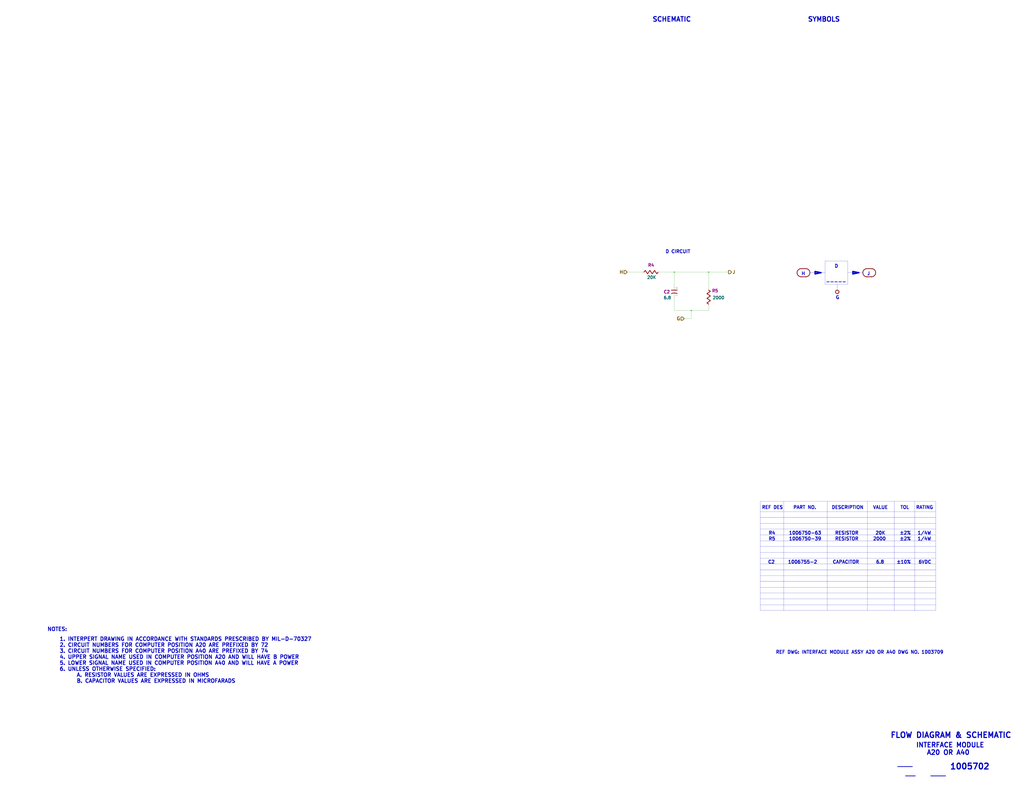
<source format=kicad_sch>
(kicad_sch (version 20211123) (generator eeschema)
  (paper "E")
  (lib_symbols
    (symbol "AGC_DSKY:Capacitor-Polarized" (pin_numbers hide) (pin_names (offset 0) hide)
      (property "Reference" "C" (at 4.445 5.08 0))
      (symbol "Capacitor-Polarized_0_0"
        (text "+" (at -2.54 4.445 0) (effects (font (size 3.556 3.556))))
        (text "-" (at -2.54 -3.81 0) (effects (font (size 3.556 3.556))))
      )
      (symbol "Capacitor-Polarized_0_1"
        (polyline (pts (xy -3.175 1.905) (xy 3.175 1.905)) (stroke (width 0.762)))
        (arc (start 3.175 -1.905) (mid 0 -1.2173) (end -3.175 -1.905) (stroke (width 0.762)))
      )
      (symbol "Capacitor-Polarized_1_1"
        (pin passive line (at 0 6.985 270) (length 5.08) (name "1") (number "1"))
        (pin passive line (at 0 -6.35 90) (length 5.08) (name "2") (number "2"))
      )
    )
    (symbol "AGC_DSKY:NodeGBody" (pin_numbers hide) (pin_names (offset 0) hide)
      (symbol "NodeGBody_0_1"
        (circle (center 0 0) (radius 1.905) (stroke (width 0.762)))
      )
    )
    (symbol "AGC_DSKY:OvalBody2" (pin_numbers hide) (pin_names (offset 0) hide)
      (symbol "OvalBody2_1_0"
        (arc (start -2.54 4.445) (mid -6.985 0) (end -2.54 -4.445) (stroke (width 0.762)))
        (polyline (pts (xy -2.54 -4.445) (xy 2.54 -4.445)) (stroke (width 0.762)))
        (polyline (pts (xy -2.54 4.445) (xy 2.54 4.445)) (stroke (width 0.762)))
        (arc (start 2.54 -4.445) (mid 6.985 0) (end 2.54 4.445) (stroke (width 0.762)))
      )
    )
    (symbol "AGC_DSKY:Resistor" (pin_numbers hide) (pin_names (offset 0) hide)
      (property "Reference" "R" (at -0.635 -4.445 0))
      (symbol "Resistor_0_1"
        (polyline (pts (xy -7.62 0) (xy -6.35 -1.905) (xy -3.81 1.905) (xy -1.27 -1.905) (xy 1.27 1.905) (xy 3.81 -1.905) (xy 6.35 1.905) (xy 7.62 0)) (stroke (width 0.762)))
      )
      (symbol "Resistor_1_1"
        (pin passive line (at -10.16 0 0) (length 2.54) (name "1") (number "1"))
        (pin passive line (at 10.16 0 180) (length 2.54) (name "2") (number "2"))
      )
    )
  )
  (junction (at 754.38 339.09))
  (junction (at 773.43 297.18))
  (junction (at 735.965 297.18))
  (polyline (pts (xy 829.945 558.8) (xy 1021.08 558.8)) (stroke (width 0) (type solid)))
  (polyline (pts (xy 829.945 615.95) (xy 1021.08 615.95)) (stroke (width 0) (type solid)))
  (wire (pts (xy 773.43 314.325) (xy 773.43 297.18)))
  (wire (pts (xy 735.965 297.18) (xy 773.43 297.18)))
  (wire (pts (xy 735.965 311.785) (xy 735.965 297.18)))
  (polyline (pts (xy 975.995 547.37) (xy 975.995 666.75)) (stroke (width 0) (type solid)))
  (polyline (pts (xy 855.345 547.37) (xy 855.345 666.75)) (stroke (width 0) (type solid)))
  (polyline (pts (xy 829.945 622.3) (xy 1021.08 622.3)) (stroke (width 0) (type solid)))
  (wire (pts (xy 720.725 297.18) (xy 735.965 297.18)))
  (polyline (pts (xy 829.945 603.25) (xy 1021.08 603.25)) (stroke (width 0) (type solid)))
  (polyline (pts (xy 829.945 628.65) (xy 1021.08 628.65)) (stroke (width 0) (type solid)))
  (wire (pts (xy 735.965 325.12) (xy 735.965 339.09)))
  (polyline (pts (xy 829.945 596.9) (xy 1021.08 596.9)) (stroke (width 0) (type solid)))
  (polyline (pts (xy 946.785 547.37) (xy 946.785 666.75)) (stroke (width 0) (type solid)))
  (polyline (pts (xy 925.195 297.815) (xy 941.705 297.815)) (stroke (width 0) (type solid)))
  (polyline (pts (xy 937.26 297.815) (xy 930.91 296.545)) (stroke (width 1.524) (type solid)))
  (polyline (pts (xy 925.195 285.115) (xy 900.43 285.115)) (stroke (width 0) (type solid)))
  (polyline (pts (xy 829.945 590.55) (xy 1021.08 590.55)) (stroke (width 0) (type solid)))
  (wire (pts (xy 773.43 297.18) (xy 795.02 297.18)))
  (polyline (pts (xy 829.945 641.35) (xy 1021.08 641.35)) (stroke (width 0) (type solid)))
  (polyline (pts (xy 829.945 571.5) (xy 1021.08 571.5)) (stroke (width 0) (type solid)))
  (polyline (pts (xy 998.22 548.005) (xy 998.22 667.385)) (stroke (width 0) (type solid)))
  (wire (pts (xy 754.38 347.98) (xy 746.76 347.98)))
  (polyline (pts (xy 900.43 285.115) (xy 900.43 310.515)) (stroke (width 0) (type solid)))
  (polyline (pts (xy 829.945 565.15) (xy 1021.08 565.15)) (stroke (width 0) (type solid)))
  (wire (pts (xy 735.965 339.09) (xy 754.38 339.09)))
  (polyline (pts (xy 829.945 660.4) (xy 1021.08 660.4)) (stroke (width 0) (type solid)))
  (polyline (pts (xy 829.945 547.37) (xy 1021.08 547.37)) (stroke (width 0) (type solid)))
  (wire (pts (xy 754.38 339.09) (xy 754.38 347.98)))
  (polyline (pts (xy 829.945 577.85) (xy 1021.08 577.85)) (stroke (width 0) (type solid)))
  (polyline (pts (xy 829.945 609.6) (xy 1021.08 609.6)) (stroke (width 0) (type solid)))
  (polyline (pts (xy 913.765 316.865) (xy 913.765 310.515)) (stroke (width 0) (type solid)))
  (polyline (pts (xy 883.92 297.815) (xy 900.43 297.815)) (stroke (width 0) (type solid)))
  (polyline (pts (xy 1021.08 547.37) (xy 1021.08 666.75)) (stroke (width 0) (type solid)))
  (wire (pts (xy 773.43 339.09) (xy 773.43 334.645)))
  (polyline (pts (xy 829.945 647.7) (xy 1021.08 647.7)) (stroke (width 0) (type solid)))
  (polyline (pts (xy 930.91 299.085) (xy 937.26 297.815)) (stroke (width 1.524) (type solid)))
  (polyline (pts (xy 829.945 547.37) (xy 829.945 666.75)) (stroke (width 0) (type solid)))
  (polyline (pts (xy 889.635 299.085) (xy 895.985 297.815)) (stroke (width 1.524) (type solid)))
  (polyline (pts (xy 900.43 310.515) (xy 925.195 310.515)) (stroke (width 0) (type solid)))
  (polyline (pts (xy 925.195 310.515) (xy 925.195 285.115)) (stroke (width 0) (type solid)))
  (wire (pts (xy 700.405 297.18) (xy 684.53 297.18)))
  (polyline (pts (xy 902.97 547.37) (xy 902.97 666.75)) (stroke (width 0) (type solid)))
  (polyline (pts (xy 930.91 296.545) (xy 930.91 299.085)) (stroke (width 1.524) (type solid)))
  (polyline (pts (xy 829.945 666.75) (xy 1021.08 666.75)) (stroke (width 0) (type solid)))
  (polyline (pts (xy 895.985 297.815) (xy 889.635 296.545)) (stroke (width 1.524) (type solid)))
  (polyline (pts (xy 829.945 654.05) (xy 1021.08 654.05)) (stroke (width 0) (type solid)))
  (polyline (pts (xy 829.945 584.2) (xy 1021.08 584.2)) (stroke (width 0) (type solid)))
  (polyline (pts (xy 889.635 296.545) (xy 889.635 299.085)) (stroke (width 1.524) (type solid)))
  (polyline (pts (xy 829.945 635) (xy 1021.08 635)) (stroke (width 0) (type solid)))
  (wire (pts (xy 754.38 339.09) (xy 773.43 339.09)))
  (text "D" (at 910.59 292.735 0) (effects (font (size 3.556 3.556) (thickness 0.7112) bold) (justify left bottom)))
  (text "J" (at 946.15 300.99 0) (effects (font (size 3.556 3.556) (thickness 0.7112) bold) (justify left bottom)))
  (text "FLOW DIAGRAM & SCHEMATIC" (at 971.55 806.45 0) (effects (font (size 5.9944 5.9944) (thickness 1.1989) bold) (justify left bottom)))
  (text "RESISTOR" (at 937.26 590.55 180) (effects (font (size 3.556 3.556) (thickness 0.7112) bold) (justify right bottom)))
  (text "D CIRCUIT" (at 753.745 276.86 180) (effects (font (size 3.556 3.556) (thickness 0.7112) bold) (justify right bottom)))
  (text "TOL" (at 982.345 556.26 0) (effects (font (size 3.556 3.556) (thickness 0.7112) bold) (justify left bottom)))
  (text "±10%" (at 994.41 615.95 180) (effects (font (size 3.556 3.556) (thickness 0.7112) bold) (justify right bottom)))
  (text "G" (at 911.86 327.025 0) (effects (font (size 3.556 3.556) (thickness 0.7112) bold) (justify left bottom)))
  (text "____" (at 999.49 847.725 180) (effects (font (size 3.556 3.556) (thickness 0.7112) bold) (justify right bottom)))
  (text "RATING" (at 999.49 556.26 0) (effects (font (size 3.556 3.556) (thickness 0.7112) bold) (justify left bottom)))
  (text "6.8" (at 965.2 615.95 180) (effects (font (size 3.556 3.556) (thickness 0.7112) bold) (justify right bottom)))
  (text "NOTES:" (at 51.435 689.61 0) (effects (font (size 4.064 4.064) (thickness 0.8128) bold) (justify left bottom)))
  (text "6VDC" (at 1016.635 615.95 180) (effects (font (size 3.556 3.556) (thickness 0.7112) bold) (justify right bottom)))
  (text "R5" (at 846.455 590.55 180) (effects (font (size 3.556 3.556) (thickness 0.7112) bold) (justify right bottom)))
  (text "R4" (at 846.455 584.2 180) (effects (font (size 3.556 3.556) (thickness 0.7112) bold) (justify right bottom)))
  (text "±2%" (at 994.41 590.55 180) (effects (font (size 3.556 3.556) (thickness 0.7112) bold) (justify right bottom)))
  (text "1006750-63" (at 896.62 584.2 180) (effects (font (size 3.556 3.556) (thickness 0.7112) bold) (justify right bottom)))
  (text "PART NO." (at 865.505 556.26 0) (effects (font (size 3.556 3.556) (thickness 0.7112) bold) (justify left bottom)))
  (text "______" (at 996.315 837.565 180) (effects (font (size 3.556 3.556) (thickness 0.7112) bold) (justify right bottom)))
  (text "1006755-2" (at 892.175 615.95 180) (effects (font (size 3.556 3.556) (thickness 0.7112) bold) (justify right bottom)))
  (text "VALUE" (at 952.5 556.26 0) (effects (font (size 3.556 3.556) (thickness 0.7112) bold) (justify left bottom)))
  (text "SYMBOLS" (at 881.38 24.13 0) (effects (font (size 5.08 5.08) (thickness 1.016) bold) (justify left bottom)))
  (text "______" (at 1032.51 847.725 180) (effects (font (size 3.556 3.556) (thickness 0.7112) bold) (justify right bottom)))
  (text "SCHEMATIC" (at 711.835 24.13 0) (effects (font (size 5.08 5.08) (thickness 1.016) bold) (justify left bottom)))
  (text "1/4W" (at 1016.635 590.55 180) (effects (font (size 3.556 3.556) (thickness 0.7112) bold) (justify right bottom)))
  (text "H" (at 874.395 300.99 0) (effects (font (size 3.556 3.556) (thickness 0.7112) bold) (justify left bottom)))
  (text "RESISTOR" (at 937.26 584.2 180) (effects (font (size 3.556 3.556) (thickness 0.7112) bold) (justify right bottom)))
  (text "±2%" (at 994.41 584.2 180) (effects (font (size 3.556 3.556) (thickness 0.7112) bold) (justify right bottom)))
  (text "1/4W" (at 1016.635 584.2 180) (effects (font (size 3.556 3.556) (thickness 0.7112) bold) (justify right bottom)))
  (text "REF DWG: INTERFACE MODULE ASSY A20 OR A40 DWG NO. 1003709" (at 846.455 714.375 0) (effects (font (size 3.556 3.556) (thickness 0.7112) bold) (justify left bottom)))
  (text "1006750-39" (at 896.62 590.55 180) (effects (font (size 3.556 3.556) (thickness 0.7112) bold) (justify right bottom)))
  (text "CAPACITOR" (at 937.895 615.95 180) (effects (font (size 3.556 3.556) (thickness 0.7112) bold) (justify right bottom)))
  (text "INTERFACE MODULE\n   A20 OR A40" (at 999.49 824.865 0) (effects (font (size 5.08 5.08) (thickness 1.016) bold) (justify left bottom)))
  (text "C2" (at 845.82 615.95 180) (effects (font (size 3.556 3.556) (thickness 0.7112) bold) (justify right bottom)))
  (text "1005702" (at 1036.447 840.867 0) (effects (font (size 6.35 6.35) (thickness 1.27) bold) (justify left bottom)))
  (text "20K" (at 966.47 584.2 180) (effects (font (size 3.556 3.556) (thickness 0.7112) bold) (justify right bottom)))
  (text "2000" (at 967.105 590.55 180) (effects (font (size 3.556 3.556) (thickness 0.7112) bold) (justify right bottom)))
  (text "1. INTERPERT DRAWING IN ACCORDANCE WITH STANDARDS PRESCRIBED BY MIL-D-70327\n2. CIRCUIT NUMBERS FOR COMPUTER POSITION A20 ARE PREFIXED BY 72\n3. CIRCUIT NUMBERS FOR COMPUTER POSITION A40 ARE PREFIXED BY 74\n4. UPPER SIGNAL NAME USED IN COMPUTER POSITION A20 AND WILL HAVE B POWER\n5. LOWER SIGNAL NAME USED IN COMPUTER POSITION A40 AND WILL HAVE A POWER\n6. UNLESS OTHERWISE SPECIFIED:\n      A. RESISTOR VALUES ARE EXPRESSED IN OHMS\n      B. CAPACITOR VALUES ARE EXPRESSED IN MICROFARADS" (at 64.77 746.125 0) (effects (font (size 4.064 4.064) (thickness 0.8128) bold) (justify left bottom)))
  (text "REF DES" (at 831.215 556.26 0) (effects (font (size 3.556 3.556) (thickness 0.7112) bold) (justify left bottom)))
  (text "-----" (at 901.065 309.88 0) (effects (font (size 3.556 3.556) (thickness 0.7112) bold) (justify left bottom)))
  (text "DESCRIPTION" (at 907.415 556.26 0) (effects (font (size 3.556 3.556) (thickness 0.7112) bold) (justify left bottom)))
  (hierarchical_label "J" (shape output) (at 795.02 297.18 0) (effects (font (size 3.556 3.556) (thickness 0.7112) bold)))
  (hierarchical_label "G" (shape input) (at 746.76 347.98 180) (effects (font (size 3.556 3.556) (thickness 0.7112) bold)))
  (hierarchical_label "H" (shape input) (at 684.53 297.18 180) (effects (font (size 3.556 3.556) (thickness 0.7112) bold)))
  (symbol (lib_id "AGC_DSKY:Resistor") (at 710.565 297.18 0) (mirror x)
    (property "Reference" "7R4" (effects hide))
    (property "Value" "20K" (at 711.2 302.895 0) (effects (font (size 3.302 3.302) bold)))
    (property "baseRefd" "R4" (at 710.565 289.56 0) (effects (font (size 3.302 3.302) bold)))
  )
  (symbol (lib_id "AGC_DSKY:Resistor") (at 773.43 324.485 90) (mirror x)
    (property "Reference" "7R5" (effects hide))
    (property "Value" "2000" (at 784.225 325.12 90) (effects (font (size 3.302 3.302) bold)))
    (property "baseRefd" "R5" (at 780.415 317.5 90) (effects (font (size 3.302 3.302) bold)))
  )
  (symbol (lib_id "AGC_DSKY:Capacitor-Polarized") (at 735.965 318.77 0) (mirror y)
    (property "Reference" "7C2" (effects hide))
    (property "Value" "6.8" (at 728.345 325.12 0) (effects (font (size 3.302 3.302) bold)))
    (property "baseRefd" "C2" (at 727.71 318.77 0) (effects (font (size 3.302 3.302) bold)))
  )
  (symbol (lib_id "AGC_DSKY:NodeGBody") (at 913.765 318.77 0)
    (property "Reference" "N301" (effects hide))
    (property "Value" "NodeGBody" (effects hide))
  )
  (symbol (lib_id "AGC_DSKY:OvalBody2") (at 876.935 297.815 0)
    (property "Reference" "X301" (effects hide))
    (property "Value" "OvalBody2" (effects hide))
  )
  (symbol (lib_id "AGC_DSKY:OvalBody2") (at 948.69 297.815 0)
    (property "Reference" "X302" (effects hide))
    (property "Value" "OvalBody2" (effects hide))
  )
)
</source>
